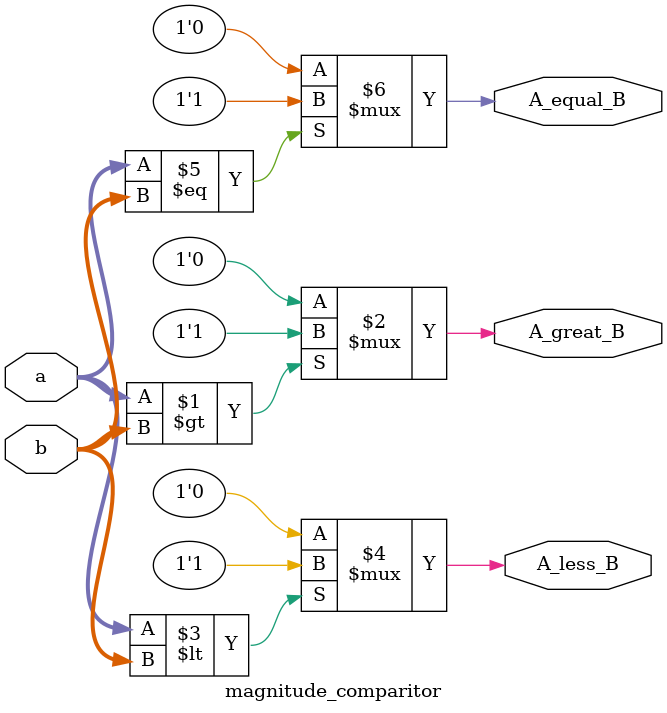
<source format=v>
`timescale 1ns / 1ps


module magnitude_comparitor(
	input [3:0] a,b,
	output A_less_B,A_great_B,A_equal_B
);

assign A_great_B = (a>b)?1'b1:1'b0;
assign A_less_B = (a<b)?1'b1:1'b0;
assign A_equal_B = (a==b)?1'b1:1'b0;
endmodule


</source>
